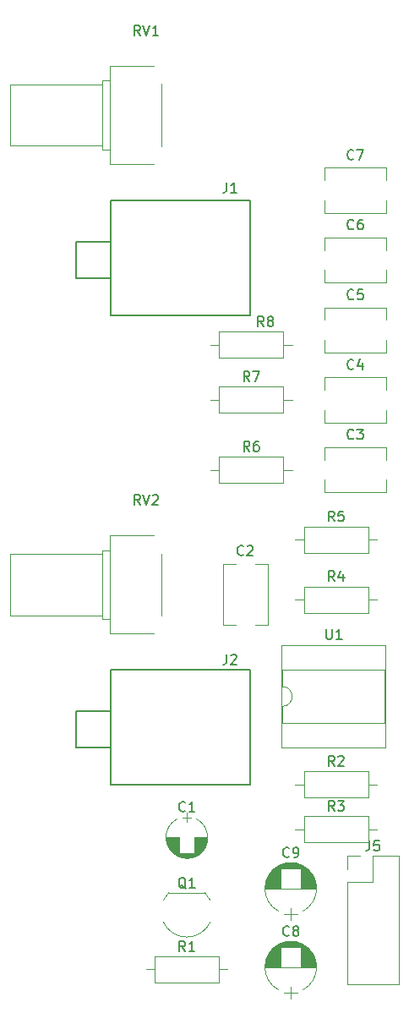
<source format=gbr>
G04 #@! TF.GenerationSoftware,KiCad,Pcbnew,(5.1.5)-3*
G04 #@! TF.CreationDate,2020-08-13T18:34:56-07:00*
G04 #@! TF.ProjectId,Noise_Gen_THT,4e6f6973-655f-4476-956e-5f5448542e6b,rev?*
G04 #@! TF.SameCoordinates,Original*
G04 #@! TF.FileFunction,Legend,Top*
G04 #@! TF.FilePolarity,Positive*
%FSLAX46Y46*%
G04 Gerber Fmt 4.6, Leading zero omitted, Abs format (unit mm)*
G04 Created by KiCad (PCBNEW (5.1.5)-3) date 2020-08-13 18:34:56*
%MOMM*%
%LPD*%
G04 APERTURE LIST*
%ADD10C,0.150000*%
%ADD11C,0.120000*%
G04 APERTURE END LIST*
D10*
X0Y-27800000D02*
X-3500000Y-27800000D01*
X-3500000Y-24200000D02*
X-3500000Y-27800000D01*
X0Y-24200000D02*
X-3500000Y-24200000D01*
X0Y-31500000D02*
X0Y-20000000D01*
X14000000Y-31500000D02*
X0Y-31500000D01*
X14000000Y-20000000D02*
X14000000Y-31500000D01*
X0Y-20000000D02*
X14000000Y-20000000D01*
X0Y-67000000D02*
X14000000Y-67000000D01*
X14000000Y-67000000D02*
X14000000Y-78500000D01*
X14000000Y-78500000D02*
X0Y-78500000D01*
X0Y-78500000D02*
X0Y-67000000D01*
X0Y-71200000D02*
X-3500000Y-71200000D01*
X-3500000Y-71200000D02*
X-3500000Y-74800000D01*
X0Y-74800000D02*
X-3500000Y-74800000D01*
D11*
X4305000Y-16410000D02*
X-60000Y-16410000D01*
X4305000Y-6590000D02*
X-60000Y-6590000D01*
X5060000Y-14625000D02*
X5060000Y-8375000D01*
X-60000Y-16410000D02*
X-60000Y-6590000D01*
X-60000Y-14960000D02*
X-860000Y-14960000D01*
X-60000Y-8040000D02*
X-860000Y-8040000D01*
X-60000Y-14960000D02*
X-60000Y-8040000D01*
X-860000Y-14960000D02*
X-860000Y-8040000D01*
X-860000Y-14560000D02*
X-10060000Y-14560000D01*
X-860000Y-8440000D02*
X-10060000Y-8440000D01*
X-860000Y-14560000D02*
X-860000Y-8440000D01*
X-10060000Y-14560000D02*
X-10060000Y-8440000D01*
X-10060000Y-61560000D02*
X-10060000Y-55440000D01*
X-860000Y-61560000D02*
X-860000Y-55440000D01*
X-860000Y-55440000D02*
X-10060000Y-55440000D01*
X-860000Y-61560000D02*
X-10060000Y-61560000D01*
X-860000Y-61960000D02*
X-860000Y-55040000D01*
X-60000Y-61960000D02*
X-60000Y-55040000D01*
X-60000Y-55040000D02*
X-860000Y-55040000D01*
X-60000Y-61960000D02*
X-860000Y-61960000D01*
X-60000Y-63410000D02*
X-60000Y-53590000D01*
X5060000Y-61625000D02*
X5060000Y-55375000D01*
X4305000Y-53590000D02*
X-60000Y-53590000D01*
X4305000Y-63410000D02*
X-60000Y-63410000D01*
X8070000Y-81808000D02*
X7170000Y-81808000D01*
X7620000Y-81358000D02*
X7620000Y-82258000D01*
X7785000Y-85889000D02*
X7455000Y-85889000D01*
X8035000Y-85849000D02*
X7205000Y-85849000D01*
X8187000Y-85809000D02*
X7053000Y-85809000D01*
X8306000Y-85769000D02*
X6934000Y-85769000D01*
X8406000Y-85729000D02*
X6834000Y-85729000D01*
X8494000Y-85689000D02*
X6746000Y-85689000D01*
X8572000Y-85649000D02*
X6668000Y-85649000D01*
X8643000Y-85609000D02*
X6597000Y-85609000D01*
X8708000Y-85569000D02*
X6532000Y-85569000D01*
X8768000Y-85529000D02*
X6472000Y-85529000D01*
X8824000Y-85489000D02*
X6416000Y-85489000D01*
X8876000Y-85449000D02*
X6364000Y-85449000D01*
X8925000Y-85409000D02*
X6315000Y-85409000D01*
X8971000Y-85369000D02*
X6269000Y-85369000D01*
X6840000Y-85329000D02*
X6225000Y-85329000D01*
X9015000Y-85329000D02*
X8400000Y-85329000D01*
X6840000Y-85289000D02*
X6184000Y-85289000D01*
X9056000Y-85289000D02*
X8400000Y-85289000D01*
X6840000Y-85249000D02*
X6145000Y-85249000D01*
X9095000Y-85249000D02*
X8400000Y-85249000D01*
X6840000Y-85209000D02*
X6108000Y-85209000D01*
X9132000Y-85209000D02*
X8400000Y-85209000D01*
X6840000Y-85169000D02*
X6073000Y-85169000D01*
X9167000Y-85169000D02*
X8400000Y-85169000D01*
X6840000Y-85129000D02*
X6039000Y-85129000D01*
X9201000Y-85129000D02*
X8400000Y-85129000D01*
X6840000Y-85089000D02*
X6007000Y-85089000D01*
X9233000Y-85089000D02*
X8400000Y-85089000D01*
X6840000Y-85049000D02*
X5977000Y-85049000D01*
X9263000Y-85049000D02*
X8400000Y-85049000D01*
X6840000Y-85009000D02*
X5948000Y-85009000D01*
X9292000Y-85009000D02*
X8400000Y-85009000D01*
X6840000Y-84969000D02*
X5921000Y-84969000D01*
X9319000Y-84969000D02*
X8400000Y-84969000D01*
X6840000Y-84929000D02*
X5895000Y-84929000D01*
X9345000Y-84929000D02*
X8400000Y-84929000D01*
X6840000Y-84889000D02*
X5870000Y-84889000D01*
X9370000Y-84889000D02*
X8400000Y-84889000D01*
X6840000Y-84849000D02*
X5847000Y-84849000D01*
X9393000Y-84849000D02*
X8400000Y-84849000D01*
X6840000Y-84809000D02*
X5824000Y-84809000D01*
X9416000Y-84809000D02*
X8400000Y-84809000D01*
X6840000Y-84769000D02*
X5803000Y-84769000D01*
X9437000Y-84769000D02*
X8400000Y-84769000D01*
X6840000Y-84729000D02*
X5783000Y-84729000D01*
X9457000Y-84729000D02*
X8400000Y-84729000D01*
X6840000Y-84689000D02*
X5764000Y-84689000D01*
X9476000Y-84689000D02*
X8400000Y-84689000D01*
X6840000Y-84649000D02*
X5746000Y-84649000D01*
X9494000Y-84649000D02*
X8400000Y-84649000D01*
X6840000Y-84609000D02*
X5729000Y-84609000D01*
X9511000Y-84609000D02*
X8400000Y-84609000D01*
X6840000Y-84569000D02*
X5713000Y-84569000D01*
X9527000Y-84569000D02*
X8400000Y-84569000D01*
X6840000Y-84529000D02*
X5697000Y-84529000D01*
X9543000Y-84529000D02*
X8400000Y-84529000D01*
X6840000Y-84488000D02*
X5683000Y-84488000D01*
X9557000Y-84488000D02*
X8400000Y-84488000D01*
X6840000Y-84448000D02*
X5670000Y-84448000D01*
X9570000Y-84448000D02*
X8400000Y-84448000D01*
X6840000Y-84408000D02*
X5657000Y-84408000D01*
X9583000Y-84408000D02*
X8400000Y-84408000D01*
X6840000Y-84368000D02*
X5646000Y-84368000D01*
X9594000Y-84368000D02*
X8400000Y-84368000D01*
X6840000Y-84328000D02*
X5635000Y-84328000D01*
X9605000Y-84328000D02*
X8400000Y-84328000D01*
X6840000Y-84288000D02*
X5625000Y-84288000D01*
X9615000Y-84288000D02*
X8400000Y-84288000D01*
X6840000Y-84248000D02*
X5616000Y-84248000D01*
X9624000Y-84248000D02*
X8400000Y-84248000D01*
X6840000Y-84208000D02*
X5608000Y-84208000D01*
X9632000Y-84208000D02*
X8400000Y-84208000D01*
X6840000Y-84168000D02*
X5601000Y-84168000D01*
X9639000Y-84168000D02*
X8400000Y-84168000D01*
X6840000Y-84128000D02*
X5594000Y-84128000D01*
X9646000Y-84128000D02*
X8400000Y-84128000D01*
X6840000Y-84088000D02*
X5588000Y-84088000D01*
X9652000Y-84088000D02*
X8400000Y-84088000D01*
X6840000Y-84048000D02*
X5583000Y-84048000D01*
X9657000Y-84048000D02*
X8400000Y-84048000D01*
X6840000Y-84008000D02*
X5579000Y-84008000D01*
X9661000Y-84008000D02*
X8400000Y-84008000D01*
X6840000Y-83968000D02*
X5576000Y-83968000D01*
X9664000Y-83968000D02*
X8400000Y-83968000D01*
X6840000Y-83928000D02*
X5573000Y-83928000D01*
X9667000Y-83928000D02*
X8400000Y-83928000D01*
X6840000Y-83888000D02*
X5571000Y-83888000D01*
X9669000Y-83888000D02*
X8400000Y-83888000D01*
X6840000Y-83848000D02*
X5570000Y-83848000D01*
X9670000Y-83848000D02*
X8400000Y-83848000D01*
X9670000Y-83808000D02*
X8400000Y-83808000D01*
X6840000Y-83808000D02*
X5570000Y-83808000D01*
X6640830Y-85654436D02*
G75*
G03X8600000Y-85653996I979170J1846436D01*
G01*
X6640830Y-85654436D02*
G75*
G02X6640000Y-81962004I979170J1846436D01*
G01*
X8599170Y-85654436D02*
G75*
G03X8600000Y-81962004I-979170J1846436D01*
G01*
X11240000Y-62560000D02*
X11240000Y-56440000D01*
X15760000Y-62560000D02*
X15760000Y-56440000D01*
X11240000Y-62560000D02*
X12504000Y-62560000D01*
X14496000Y-62560000D02*
X15760000Y-62560000D01*
X11240000Y-56440000D02*
X12504000Y-56440000D01*
X14496000Y-56440000D02*
X15760000Y-56440000D01*
X27560000Y-47996000D02*
X27560000Y-49260000D01*
X27560000Y-44740000D02*
X27560000Y-46004000D01*
X21440000Y-47996000D02*
X21440000Y-49260000D01*
X21440000Y-44740000D02*
X21440000Y-46004000D01*
X21440000Y-49260000D02*
X27560000Y-49260000D01*
X21440000Y-44740000D02*
X27560000Y-44740000D01*
X21440000Y-37740000D02*
X27560000Y-37740000D01*
X21440000Y-42260000D02*
X27560000Y-42260000D01*
X21440000Y-37740000D02*
X21440000Y-39004000D01*
X21440000Y-40996000D02*
X21440000Y-42260000D01*
X27560000Y-37740000D02*
X27560000Y-39004000D01*
X27560000Y-40996000D02*
X27560000Y-42260000D01*
X27560000Y-33996000D02*
X27560000Y-35260000D01*
X27560000Y-30740000D02*
X27560000Y-32004000D01*
X21440000Y-33996000D02*
X21440000Y-35260000D01*
X21440000Y-30740000D02*
X21440000Y-32004000D01*
X21440000Y-35260000D02*
X27560000Y-35260000D01*
X21440000Y-30740000D02*
X27560000Y-30740000D01*
X21440000Y-23740000D02*
X27560000Y-23740000D01*
X21440000Y-28260000D02*
X27560000Y-28260000D01*
X21440000Y-23740000D02*
X21440000Y-25004000D01*
X21440000Y-26996000D02*
X21440000Y-28260000D01*
X27560000Y-23740000D02*
X27560000Y-25004000D01*
X27560000Y-26996000D02*
X27560000Y-28260000D01*
X27560000Y-19996000D02*
X27560000Y-21260000D01*
X27560000Y-16740000D02*
X27560000Y-18004000D01*
X21440000Y-19996000D02*
X21440000Y-21260000D01*
X21440000Y-16740000D02*
X21440000Y-18004000D01*
X21440000Y-21260000D02*
X27560000Y-21260000D01*
X21440000Y-16740000D02*
X27560000Y-16740000D01*
X17384000Y-99390000D02*
X18684000Y-99390000D01*
X18034000Y-99990000D02*
X18034000Y-98790000D01*
X17680000Y-94229000D02*
X18388000Y-94229000D01*
X17475000Y-94269000D02*
X18593000Y-94269000D01*
X17327000Y-94309000D02*
X18741000Y-94309000D01*
X17205000Y-94349000D02*
X18863000Y-94349000D01*
X17100000Y-94389000D02*
X18968000Y-94389000D01*
X17006000Y-94429000D02*
X19062000Y-94429000D01*
X16922000Y-94469000D02*
X19146000Y-94469000D01*
X16845000Y-94509000D02*
X19223000Y-94509000D01*
X16773000Y-94549000D02*
X19295000Y-94549000D01*
X16707000Y-94589000D02*
X19361000Y-94589000D01*
X16644000Y-94629000D02*
X19424000Y-94629000D01*
X16586000Y-94669000D02*
X19482000Y-94669000D01*
X16530000Y-94709000D02*
X19538000Y-94709000D01*
X16478000Y-94749000D02*
X19590000Y-94749000D01*
X16428000Y-94789000D02*
X19640000Y-94789000D01*
X19014000Y-94829000D02*
X19688000Y-94829000D01*
X16380000Y-94829000D02*
X17054000Y-94829000D01*
X19014000Y-94869000D02*
X19733000Y-94869000D01*
X16335000Y-94869000D02*
X17054000Y-94869000D01*
X19014000Y-94909000D02*
X19776000Y-94909000D01*
X16292000Y-94909000D02*
X17054000Y-94909000D01*
X19014000Y-94949000D02*
X19817000Y-94949000D01*
X16251000Y-94949000D02*
X17054000Y-94949000D01*
X19014000Y-94989000D02*
X19857000Y-94989000D01*
X16211000Y-94989000D02*
X17054000Y-94989000D01*
X19014000Y-95029000D02*
X19895000Y-95029000D01*
X16173000Y-95029000D02*
X17054000Y-95029000D01*
X19014000Y-95069000D02*
X19931000Y-95069000D01*
X16137000Y-95069000D02*
X17054000Y-95069000D01*
X19014000Y-95109000D02*
X19966000Y-95109000D01*
X16102000Y-95109000D02*
X17054000Y-95109000D01*
X19014000Y-95149000D02*
X19999000Y-95149000D01*
X16069000Y-95149000D02*
X17054000Y-95149000D01*
X19014000Y-95189000D02*
X20031000Y-95189000D01*
X16037000Y-95189000D02*
X17054000Y-95189000D01*
X19014000Y-95229000D02*
X20062000Y-95229000D01*
X16006000Y-95229000D02*
X17054000Y-95229000D01*
X19014000Y-95269000D02*
X20092000Y-95269000D01*
X15976000Y-95269000D02*
X17054000Y-95269000D01*
X19014000Y-95309000D02*
X20120000Y-95309000D01*
X15948000Y-95309000D02*
X17054000Y-95309000D01*
X19014000Y-95349000D02*
X20147000Y-95349000D01*
X15921000Y-95349000D02*
X17054000Y-95349000D01*
X19014000Y-95389000D02*
X20174000Y-95389000D01*
X15894000Y-95389000D02*
X17054000Y-95389000D01*
X19014000Y-95429000D02*
X20199000Y-95429000D01*
X15869000Y-95429000D02*
X17054000Y-95429000D01*
X19014000Y-95469000D02*
X20223000Y-95469000D01*
X15845000Y-95469000D02*
X17054000Y-95469000D01*
X19014000Y-95509000D02*
X20246000Y-95509000D01*
X15822000Y-95509000D02*
X17054000Y-95509000D01*
X19014000Y-95549000D02*
X20268000Y-95549000D01*
X15800000Y-95549000D02*
X17054000Y-95549000D01*
X19014000Y-95589000D02*
X20290000Y-95589000D01*
X15778000Y-95589000D02*
X17054000Y-95589000D01*
X19014000Y-95629000D02*
X20310000Y-95629000D01*
X15758000Y-95629000D02*
X17054000Y-95629000D01*
X19014000Y-95669000D02*
X20330000Y-95669000D01*
X15738000Y-95669000D02*
X17054000Y-95669000D01*
X19014000Y-95709000D02*
X20349000Y-95709000D01*
X15719000Y-95709000D02*
X17054000Y-95709000D01*
X19014000Y-95749000D02*
X20367000Y-95749000D01*
X15701000Y-95749000D02*
X17054000Y-95749000D01*
X19014000Y-95789000D02*
X20384000Y-95789000D01*
X15684000Y-95789000D02*
X17054000Y-95789000D01*
X19014000Y-95829000D02*
X20400000Y-95829000D01*
X15668000Y-95829000D02*
X17054000Y-95829000D01*
X19014000Y-95869000D02*
X20416000Y-95869000D01*
X15652000Y-95869000D02*
X17054000Y-95869000D01*
X19014000Y-95909000D02*
X20430000Y-95909000D01*
X15638000Y-95909000D02*
X17054000Y-95909000D01*
X19014000Y-95949000D02*
X20444000Y-95949000D01*
X15624000Y-95949000D02*
X17054000Y-95949000D01*
X19014000Y-95989000D02*
X20458000Y-95989000D01*
X15610000Y-95989000D02*
X17054000Y-95989000D01*
X19014000Y-96029000D02*
X20470000Y-96029000D01*
X15598000Y-96029000D02*
X17054000Y-96029000D01*
X19014000Y-96069000D02*
X20482000Y-96069000D01*
X15586000Y-96069000D02*
X17054000Y-96069000D01*
X19014000Y-96110000D02*
X20494000Y-96110000D01*
X15574000Y-96110000D02*
X17054000Y-96110000D01*
X19014000Y-96150000D02*
X20504000Y-96150000D01*
X15564000Y-96150000D02*
X17054000Y-96150000D01*
X19014000Y-96190000D02*
X20514000Y-96190000D01*
X15554000Y-96190000D02*
X17054000Y-96190000D01*
X19014000Y-96230000D02*
X20523000Y-96230000D01*
X15545000Y-96230000D02*
X17054000Y-96230000D01*
X19014000Y-96270000D02*
X20532000Y-96270000D01*
X15536000Y-96270000D02*
X17054000Y-96270000D01*
X19014000Y-96310000D02*
X20540000Y-96310000D01*
X15528000Y-96310000D02*
X17054000Y-96310000D01*
X19014000Y-96350000D02*
X20547000Y-96350000D01*
X15521000Y-96350000D02*
X17054000Y-96350000D01*
X19014000Y-96390000D02*
X20553000Y-96390000D01*
X15515000Y-96390000D02*
X17054000Y-96390000D01*
X19014000Y-96430000D02*
X20559000Y-96430000D01*
X15509000Y-96430000D02*
X17054000Y-96430000D01*
X19014000Y-96470000D02*
X20565000Y-96470000D01*
X15503000Y-96470000D02*
X17054000Y-96470000D01*
X19014000Y-96510000D02*
X20569000Y-96510000D01*
X15499000Y-96510000D02*
X17054000Y-96510000D01*
X19014000Y-96550000D02*
X20573000Y-96550000D01*
X15495000Y-96550000D02*
X17054000Y-96550000D01*
X19014000Y-96590000D02*
X20577000Y-96590000D01*
X15491000Y-96590000D02*
X17054000Y-96590000D01*
X19014000Y-96630000D02*
X20580000Y-96630000D01*
X15488000Y-96630000D02*
X17054000Y-96630000D01*
X19014000Y-96670000D02*
X20582000Y-96670000D01*
X15486000Y-96670000D02*
X17054000Y-96670000D01*
X19014000Y-96710000D02*
X20583000Y-96710000D01*
X15485000Y-96710000D02*
X17054000Y-96710000D01*
X19014000Y-96750000D02*
X20584000Y-96750000D01*
X15484000Y-96750000D02*
X17054000Y-96750000D01*
X15484000Y-96790000D02*
X20584000Y-96790000D01*
X19213723Y-94484278D02*
G75*
G03X16854000Y-94484420I-1179723J-2305722D01*
G01*
X19213723Y-94484278D02*
G75*
G02X19214000Y-99095580I-1179723J-2305722D01*
G01*
X16854277Y-94484278D02*
G75*
G03X16854000Y-99095580I1179723J-2305722D01*
G01*
X16854277Y-86610278D02*
G75*
G03X16854000Y-91221580I1179723J-2305722D01*
G01*
X19213723Y-86610278D02*
G75*
G02X19214000Y-91221580I-1179723J-2305722D01*
G01*
X19213723Y-86610278D02*
G75*
G03X16854000Y-86610420I-1179723J-2305722D01*
G01*
X15484000Y-88916000D02*
X20584000Y-88916000D01*
X15484000Y-88876000D02*
X17054000Y-88876000D01*
X19014000Y-88876000D02*
X20584000Y-88876000D01*
X15485000Y-88836000D02*
X17054000Y-88836000D01*
X19014000Y-88836000D02*
X20583000Y-88836000D01*
X15486000Y-88796000D02*
X17054000Y-88796000D01*
X19014000Y-88796000D02*
X20582000Y-88796000D01*
X15488000Y-88756000D02*
X17054000Y-88756000D01*
X19014000Y-88756000D02*
X20580000Y-88756000D01*
X15491000Y-88716000D02*
X17054000Y-88716000D01*
X19014000Y-88716000D02*
X20577000Y-88716000D01*
X15495000Y-88676000D02*
X17054000Y-88676000D01*
X19014000Y-88676000D02*
X20573000Y-88676000D01*
X15499000Y-88636000D02*
X17054000Y-88636000D01*
X19014000Y-88636000D02*
X20569000Y-88636000D01*
X15503000Y-88596000D02*
X17054000Y-88596000D01*
X19014000Y-88596000D02*
X20565000Y-88596000D01*
X15509000Y-88556000D02*
X17054000Y-88556000D01*
X19014000Y-88556000D02*
X20559000Y-88556000D01*
X15515000Y-88516000D02*
X17054000Y-88516000D01*
X19014000Y-88516000D02*
X20553000Y-88516000D01*
X15521000Y-88476000D02*
X17054000Y-88476000D01*
X19014000Y-88476000D02*
X20547000Y-88476000D01*
X15528000Y-88436000D02*
X17054000Y-88436000D01*
X19014000Y-88436000D02*
X20540000Y-88436000D01*
X15536000Y-88396000D02*
X17054000Y-88396000D01*
X19014000Y-88396000D02*
X20532000Y-88396000D01*
X15545000Y-88356000D02*
X17054000Y-88356000D01*
X19014000Y-88356000D02*
X20523000Y-88356000D01*
X15554000Y-88316000D02*
X17054000Y-88316000D01*
X19014000Y-88316000D02*
X20514000Y-88316000D01*
X15564000Y-88276000D02*
X17054000Y-88276000D01*
X19014000Y-88276000D02*
X20504000Y-88276000D01*
X15574000Y-88236000D02*
X17054000Y-88236000D01*
X19014000Y-88236000D02*
X20494000Y-88236000D01*
X15586000Y-88195000D02*
X17054000Y-88195000D01*
X19014000Y-88195000D02*
X20482000Y-88195000D01*
X15598000Y-88155000D02*
X17054000Y-88155000D01*
X19014000Y-88155000D02*
X20470000Y-88155000D01*
X15610000Y-88115000D02*
X17054000Y-88115000D01*
X19014000Y-88115000D02*
X20458000Y-88115000D01*
X15624000Y-88075000D02*
X17054000Y-88075000D01*
X19014000Y-88075000D02*
X20444000Y-88075000D01*
X15638000Y-88035000D02*
X17054000Y-88035000D01*
X19014000Y-88035000D02*
X20430000Y-88035000D01*
X15652000Y-87995000D02*
X17054000Y-87995000D01*
X19014000Y-87995000D02*
X20416000Y-87995000D01*
X15668000Y-87955000D02*
X17054000Y-87955000D01*
X19014000Y-87955000D02*
X20400000Y-87955000D01*
X15684000Y-87915000D02*
X17054000Y-87915000D01*
X19014000Y-87915000D02*
X20384000Y-87915000D01*
X15701000Y-87875000D02*
X17054000Y-87875000D01*
X19014000Y-87875000D02*
X20367000Y-87875000D01*
X15719000Y-87835000D02*
X17054000Y-87835000D01*
X19014000Y-87835000D02*
X20349000Y-87835000D01*
X15738000Y-87795000D02*
X17054000Y-87795000D01*
X19014000Y-87795000D02*
X20330000Y-87795000D01*
X15758000Y-87755000D02*
X17054000Y-87755000D01*
X19014000Y-87755000D02*
X20310000Y-87755000D01*
X15778000Y-87715000D02*
X17054000Y-87715000D01*
X19014000Y-87715000D02*
X20290000Y-87715000D01*
X15800000Y-87675000D02*
X17054000Y-87675000D01*
X19014000Y-87675000D02*
X20268000Y-87675000D01*
X15822000Y-87635000D02*
X17054000Y-87635000D01*
X19014000Y-87635000D02*
X20246000Y-87635000D01*
X15845000Y-87595000D02*
X17054000Y-87595000D01*
X19014000Y-87595000D02*
X20223000Y-87595000D01*
X15869000Y-87555000D02*
X17054000Y-87555000D01*
X19014000Y-87555000D02*
X20199000Y-87555000D01*
X15894000Y-87515000D02*
X17054000Y-87515000D01*
X19014000Y-87515000D02*
X20174000Y-87515000D01*
X15921000Y-87475000D02*
X17054000Y-87475000D01*
X19014000Y-87475000D02*
X20147000Y-87475000D01*
X15948000Y-87435000D02*
X17054000Y-87435000D01*
X19014000Y-87435000D02*
X20120000Y-87435000D01*
X15976000Y-87395000D02*
X17054000Y-87395000D01*
X19014000Y-87395000D02*
X20092000Y-87395000D01*
X16006000Y-87355000D02*
X17054000Y-87355000D01*
X19014000Y-87355000D02*
X20062000Y-87355000D01*
X16037000Y-87315000D02*
X17054000Y-87315000D01*
X19014000Y-87315000D02*
X20031000Y-87315000D01*
X16069000Y-87275000D02*
X17054000Y-87275000D01*
X19014000Y-87275000D02*
X19999000Y-87275000D01*
X16102000Y-87235000D02*
X17054000Y-87235000D01*
X19014000Y-87235000D02*
X19966000Y-87235000D01*
X16137000Y-87195000D02*
X17054000Y-87195000D01*
X19014000Y-87195000D02*
X19931000Y-87195000D01*
X16173000Y-87155000D02*
X17054000Y-87155000D01*
X19014000Y-87155000D02*
X19895000Y-87155000D01*
X16211000Y-87115000D02*
X17054000Y-87115000D01*
X19014000Y-87115000D02*
X19857000Y-87115000D01*
X16251000Y-87075000D02*
X17054000Y-87075000D01*
X19014000Y-87075000D02*
X19817000Y-87075000D01*
X16292000Y-87035000D02*
X17054000Y-87035000D01*
X19014000Y-87035000D02*
X19776000Y-87035000D01*
X16335000Y-86995000D02*
X17054000Y-86995000D01*
X19014000Y-86995000D02*
X19733000Y-86995000D01*
X16380000Y-86955000D02*
X17054000Y-86955000D01*
X19014000Y-86955000D02*
X19688000Y-86955000D01*
X16428000Y-86915000D02*
X19640000Y-86915000D01*
X16478000Y-86875000D02*
X19590000Y-86875000D01*
X16530000Y-86835000D02*
X19538000Y-86835000D01*
X16586000Y-86795000D02*
X19482000Y-86795000D01*
X16644000Y-86755000D02*
X19424000Y-86755000D01*
X16707000Y-86715000D02*
X19361000Y-86715000D01*
X16773000Y-86675000D02*
X19295000Y-86675000D01*
X16845000Y-86635000D02*
X19223000Y-86635000D01*
X16922000Y-86595000D02*
X19146000Y-86595000D01*
X17006000Y-86555000D02*
X19062000Y-86555000D01*
X17100000Y-86515000D02*
X18968000Y-86515000D01*
X17205000Y-86475000D02*
X18863000Y-86475000D01*
X17327000Y-86435000D02*
X18741000Y-86435000D01*
X17475000Y-86395000D02*
X18593000Y-86395000D01*
X17680000Y-86355000D02*
X18388000Y-86355000D01*
X18034000Y-92116000D02*
X18034000Y-90916000D01*
X17384000Y-91516000D02*
X18684000Y-91516000D01*
X23670000Y-85670000D02*
X25000000Y-85670000D01*
X23670000Y-87000000D02*
X23670000Y-85670000D01*
X26270000Y-85670000D02*
X28870000Y-85670000D01*
X26270000Y-88270000D02*
X26270000Y-85670000D01*
X23670000Y-88270000D02*
X26270000Y-88270000D01*
X28870000Y-85670000D02*
X28870000Y-98490000D01*
X23670000Y-88270000D02*
X23670000Y-98490000D01*
X23670000Y-98490000D02*
X28870000Y-98490000D01*
X5295816Y-90063205D02*
G75*
G02X5820000Y-89336000I2324184J-1122795D01*
G01*
X5263600Y-92284807D02*
G75*
G03X7620000Y-93786000I2356400J1098807D01*
G01*
X9976400Y-92284807D02*
G75*
G02X7620000Y-93786000I-2356400J1098807D01*
G01*
X9944184Y-90063205D02*
G75*
G03X9420000Y-89336000I-2324184J-1122795D01*
G01*
X9420000Y-89336000D02*
X5820000Y-89336000D01*
X3520000Y-97028000D02*
X4410000Y-97028000D01*
X11720000Y-97028000D02*
X10830000Y-97028000D01*
X4410000Y-98338000D02*
X10830000Y-98338000D01*
X4410000Y-95718000D02*
X4410000Y-98338000D01*
X10830000Y-95718000D02*
X4410000Y-95718000D01*
X10830000Y-98338000D02*
X10830000Y-95718000D01*
X19370000Y-77190000D02*
X19370000Y-79810000D01*
X19370000Y-79810000D02*
X25790000Y-79810000D01*
X25790000Y-79810000D02*
X25790000Y-77190000D01*
X25790000Y-77190000D02*
X19370000Y-77190000D01*
X18480000Y-78500000D02*
X19370000Y-78500000D01*
X26680000Y-78500000D02*
X25790000Y-78500000D01*
X26680000Y-83000000D02*
X25790000Y-83000000D01*
X18480000Y-83000000D02*
X19370000Y-83000000D01*
X25790000Y-81690000D02*
X19370000Y-81690000D01*
X25790000Y-84310000D02*
X25790000Y-81690000D01*
X19370000Y-84310000D02*
X25790000Y-84310000D01*
X19370000Y-81690000D02*
X19370000Y-84310000D01*
X19370000Y-58690000D02*
X19370000Y-61310000D01*
X19370000Y-61310000D02*
X25790000Y-61310000D01*
X25790000Y-61310000D02*
X25790000Y-58690000D01*
X25790000Y-58690000D02*
X19370000Y-58690000D01*
X18480000Y-60000000D02*
X19370000Y-60000000D01*
X26680000Y-60000000D02*
X25790000Y-60000000D01*
X19370000Y-52690000D02*
X19370000Y-55310000D01*
X19370000Y-55310000D02*
X25790000Y-55310000D01*
X25790000Y-55310000D02*
X25790000Y-52690000D01*
X25790000Y-52690000D02*
X19370000Y-52690000D01*
X18480000Y-54000000D02*
X19370000Y-54000000D01*
X26680000Y-54000000D02*
X25790000Y-54000000D01*
X18180000Y-47000000D02*
X17290000Y-47000000D01*
X9980000Y-47000000D02*
X10870000Y-47000000D01*
X17290000Y-45690000D02*
X10870000Y-45690000D01*
X17290000Y-48310000D02*
X17290000Y-45690000D01*
X10870000Y-48310000D02*
X17290000Y-48310000D01*
X10870000Y-45690000D02*
X10870000Y-48310000D01*
X18180000Y-40000000D02*
X17290000Y-40000000D01*
X9980000Y-40000000D02*
X10870000Y-40000000D01*
X17290000Y-38690000D02*
X10870000Y-38690000D01*
X17290000Y-41310000D02*
X17290000Y-38690000D01*
X10870000Y-41310000D02*
X17290000Y-41310000D01*
X10870000Y-38690000D02*
X10870000Y-41310000D01*
X10870000Y-33190000D02*
X10870000Y-35810000D01*
X10870000Y-35810000D02*
X17290000Y-35810000D01*
X17290000Y-35810000D02*
X17290000Y-33190000D01*
X17290000Y-33190000D02*
X10870000Y-33190000D01*
X9980000Y-34500000D02*
X10870000Y-34500000D01*
X18180000Y-34500000D02*
X17290000Y-34500000D01*
X17110000Y-64550000D02*
X17110000Y-74830000D01*
X27510000Y-64550000D02*
X17110000Y-64550000D01*
X27510000Y-74830000D02*
X27510000Y-64550000D01*
X17110000Y-74830000D02*
X27510000Y-74830000D01*
X17170000Y-67040000D02*
X17170000Y-68690000D01*
X27450000Y-67040000D02*
X17170000Y-67040000D01*
X27450000Y-72340000D02*
X27450000Y-67040000D01*
X17170000Y-72340000D02*
X27450000Y-72340000D01*
X17170000Y-70690000D02*
X17170000Y-72340000D01*
X17170000Y-68690000D02*
G75*
G02X17170000Y-70690000I0J-1000000D01*
G01*
D10*
X11604666Y-18248380D02*
X11604666Y-18962666D01*
X11557047Y-19105523D01*
X11461809Y-19200761D01*
X11318952Y-19248380D01*
X11223714Y-19248380D01*
X12604666Y-19248380D02*
X12033238Y-19248380D01*
X12318952Y-19248380D02*
X12318952Y-18248380D01*
X12223714Y-18391238D01*
X12128476Y-18486476D01*
X12033238Y-18534095D01*
X11604666Y-65492380D02*
X11604666Y-66206666D01*
X11557047Y-66349523D01*
X11461809Y-66444761D01*
X11318952Y-66492380D01*
X11223714Y-66492380D01*
X12033238Y-65587619D02*
X12080857Y-65540000D01*
X12176095Y-65492380D01*
X12414190Y-65492380D01*
X12509428Y-65540000D01*
X12557047Y-65587619D01*
X12604666Y-65682857D01*
X12604666Y-65778095D01*
X12557047Y-65920952D01*
X11985619Y-66492380D01*
X12604666Y-66492380D01*
X2960761Y-3500380D02*
X2627428Y-3024190D01*
X2389333Y-3500380D02*
X2389333Y-2500380D01*
X2770285Y-2500380D01*
X2865523Y-2548000D01*
X2913142Y-2595619D01*
X2960761Y-2690857D01*
X2960761Y-2833714D01*
X2913142Y-2928952D01*
X2865523Y-2976571D01*
X2770285Y-3024190D01*
X2389333Y-3024190D01*
X3246476Y-2500380D02*
X3579809Y-3500380D01*
X3913142Y-2500380D01*
X4770285Y-3500380D02*
X4198857Y-3500380D01*
X4484571Y-3500380D02*
X4484571Y-2500380D01*
X4389333Y-2643238D01*
X4294095Y-2738476D01*
X4198857Y-2786095D01*
X2960761Y-50490380D02*
X2627428Y-50014190D01*
X2389333Y-50490380D02*
X2389333Y-49490380D01*
X2770285Y-49490380D01*
X2865523Y-49538000D01*
X2913142Y-49585619D01*
X2960761Y-49680857D01*
X2960761Y-49823714D01*
X2913142Y-49918952D01*
X2865523Y-49966571D01*
X2770285Y-50014190D01*
X2389333Y-50014190D01*
X3246476Y-49490380D02*
X3579809Y-50490380D01*
X3913142Y-49490380D01*
X4198857Y-49585619D02*
X4246476Y-49538000D01*
X4341714Y-49490380D01*
X4579809Y-49490380D01*
X4675047Y-49538000D01*
X4722666Y-49585619D01*
X4770285Y-49680857D01*
X4770285Y-49776095D01*
X4722666Y-49918952D01*
X4151238Y-50490380D01*
X4770285Y-50490380D01*
X7453333Y-81129142D02*
X7405714Y-81176761D01*
X7262857Y-81224380D01*
X7167619Y-81224380D01*
X7024761Y-81176761D01*
X6929523Y-81081523D01*
X6881904Y-80986285D01*
X6834285Y-80795809D01*
X6834285Y-80652952D01*
X6881904Y-80462476D01*
X6929523Y-80367238D01*
X7024761Y-80272000D01*
X7167619Y-80224380D01*
X7262857Y-80224380D01*
X7405714Y-80272000D01*
X7453333Y-80319619D01*
X8405714Y-81224380D02*
X7834285Y-81224380D01*
X8120000Y-81224380D02*
X8120000Y-80224380D01*
X8024761Y-80367238D01*
X7929523Y-80462476D01*
X7834285Y-80510095D01*
X13295333Y-55475142D02*
X13247714Y-55522761D01*
X13104857Y-55570380D01*
X13009619Y-55570380D01*
X12866761Y-55522761D01*
X12771523Y-55427523D01*
X12723904Y-55332285D01*
X12676285Y-55141809D01*
X12676285Y-54998952D01*
X12723904Y-54808476D01*
X12771523Y-54713238D01*
X12866761Y-54618000D01*
X13009619Y-54570380D01*
X13104857Y-54570380D01*
X13247714Y-54618000D01*
X13295333Y-54665619D01*
X13676285Y-54665619D02*
X13723904Y-54618000D01*
X13819142Y-54570380D01*
X14057238Y-54570380D01*
X14152476Y-54618000D01*
X14200095Y-54665619D01*
X14247714Y-54760857D01*
X14247714Y-54856095D01*
X14200095Y-54998952D01*
X13628666Y-55570380D01*
X14247714Y-55570380D01*
X24333333Y-43847142D02*
X24285714Y-43894761D01*
X24142857Y-43942380D01*
X24047619Y-43942380D01*
X23904761Y-43894761D01*
X23809523Y-43799523D01*
X23761904Y-43704285D01*
X23714285Y-43513809D01*
X23714285Y-43370952D01*
X23761904Y-43180476D01*
X23809523Y-43085238D01*
X23904761Y-42990000D01*
X24047619Y-42942380D01*
X24142857Y-42942380D01*
X24285714Y-42990000D01*
X24333333Y-43037619D01*
X24666666Y-42942380D02*
X25285714Y-42942380D01*
X24952380Y-43323333D01*
X25095238Y-43323333D01*
X25190476Y-43370952D01*
X25238095Y-43418571D01*
X25285714Y-43513809D01*
X25285714Y-43751904D01*
X25238095Y-43847142D01*
X25190476Y-43894761D01*
X25095238Y-43942380D01*
X24809523Y-43942380D01*
X24714285Y-43894761D01*
X24666666Y-43847142D01*
X24333333Y-36847142D02*
X24285714Y-36894761D01*
X24142857Y-36942380D01*
X24047619Y-36942380D01*
X23904761Y-36894761D01*
X23809523Y-36799523D01*
X23761904Y-36704285D01*
X23714285Y-36513809D01*
X23714285Y-36370952D01*
X23761904Y-36180476D01*
X23809523Y-36085238D01*
X23904761Y-35990000D01*
X24047619Y-35942380D01*
X24142857Y-35942380D01*
X24285714Y-35990000D01*
X24333333Y-36037619D01*
X25190476Y-36275714D02*
X25190476Y-36942380D01*
X24952380Y-35894761D02*
X24714285Y-36609047D01*
X25333333Y-36609047D01*
X24333333Y-29847142D02*
X24285714Y-29894761D01*
X24142857Y-29942380D01*
X24047619Y-29942380D01*
X23904761Y-29894761D01*
X23809523Y-29799523D01*
X23761904Y-29704285D01*
X23714285Y-29513809D01*
X23714285Y-29370952D01*
X23761904Y-29180476D01*
X23809523Y-29085238D01*
X23904761Y-28990000D01*
X24047619Y-28942380D01*
X24142857Y-28942380D01*
X24285714Y-28990000D01*
X24333333Y-29037619D01*
X25238095Y-28942380D02*
X24761904Y-28942380D01*
X24714285Y-29418571D01*
X24761904Y-29370952D01*
X24857142Y-29323333D01*
X25095238Y-29323333D01*
X25190476Y-29370952D01*
X25238095Y-29418571D01*
X25285714Y-29513809D01*
X25285714Y-29751904D01*
X25238095Y-29847142D01*
X25190476Y-29894761D01*
X25095238Y-29942380D01*
X24857142Y-29942380D01*
X24761904Y-29894761D01*
X24714285Y-29847142D01*
X24333333Y-22847142D02*
X24285714Y-22894761D01*
X24142857Y-22942380D01*
X24047619Y-22942380D01*
X23904761Y-22894761D01*
X23809523Y-22799523D01*
X23761904Y-22704285D01*
X23714285Y-22513809D01*
X23714285Y-22370952D01*
X23761904Y-22180476D01*
X23809523Y-22085238D01*
X23904761Y-21990000D01*
X24047619Y-21942380D01*
X24142857Y-21942380D01*
X24285714Y-21990000D01*
X24333333Y-22037619D01*
X25190476Y-21942380D02*
X25000000Y-21942380D01*
X24904761Y-21990000D01*
X24857142Y-22037619D01*
X24761904Y-22180476D01*
X24714285Y-22370952D01*
X24714285Y-22751904D01*
X24761904Y-22847142D01*
X24809523Y-22894761D01*
X24904761Y-22942380D01*
X25095238Y-22942380D01*
X25190476Y-22894761D01*
X25238095Y-22847142D01*
X25285714Y-22751904D01*
X25285714Y-22513809D01*
X25238095Y-22418571D01*
X25190476Y-22370952D01*
X25095238Y-22323333D01*
X24904761Y-22323333D01*
X24809523Y-22370952D01*
X24761904Y-22418571D01*
X24714285Y-22513809D01*
X24333333Y-15847142D02*
X24285714Y-15894761D01*
X24142857Y-15942380D01*
X24047619Y-15942380D01*
X23904761Y-15894761D01*
X23809523Y-15799523D01*
X23761904Y-15704285D01*
X23714285Y-15513809D01*
X23714285Y-15370952D01*
X23761904Y-15180476D01*
X23809523Y-15085238D01*
X23904761Y-14990000D01*
X24047619Y-14942380D01*
X24142857Y-14942380D01*
X24285714Y-14990000D01*
X24333333Y-15037619D01*
X24666666Y-14942380D02*
X25333333Y-14942380D01*
X24904761Y-15942380D01*
X17867333Y-93575142D02*
X17819714Y-93622761D01*
X17676857Y-93670380D01*
X17581619Y-93670380D01*
X17438761Y-93622761D01*
X17343523Y-93527523D01*
X17295904Y-93432285D01*
X17248285Y-93241809D01*
X17248285Y-93098952D01*
X17295904Y-92908476D01*
X17343523Y-92813238D01*
X17438761Y-92718000D01*
X17581619Y-92670380D01*
X17676857Y-92670380D01*
X17819714Y-92718000D01*
X17867333Y-92765619D01*
X18438761Y-93098952D02*
X18343523Y-93051333D01*
X18295904Y-93003714D01*
X18248285Y-92908476D01*
X18248285Y-92860857D01*
X18295904Y-92765619D01*
X18343523Y-92718000D01*
X18438761Y-92670380D01*
X18629238Y-92670380D01*
X18724476Y-92718000D01*
X18772095Y-92765619D01*
X18819714Y-92860857D01*
X18819714Y-92908476D01*
X18772095Y-93003714D01*
X18724476Y-93051333D01*
X18629238Y-93098952D01*
X18438761Y-93098952D01*
X18343523Y-93146571D01*
X18295904Y-93194190D01*
X18248285Y-93289428D01*
X18248285Y-93479904D01*
X18295904Y-93575142D01*
X18343523Y-93622761D01*
X18438761Y-93670380D01*
X18629238Y-93670380D01*
X18724476Y-93622761D01*
X18772095Y-93575142D01*
X18819714Y-93479904D01*
X18819714Y-93289428D01*
X18772095Y-93194190D01*
X18724476Y-93146571D01*
X18629238Y-93098952D01*
X17867333Y-85701142D02*
X17819714Y-85748761D01*
X17676857Y-85796380D01*
X17581619Y-85796380D01*
X17438761Y-85748761D01*
X17343523Y-85653523D01*
X17295904Y-85558285D01*
X17248285Y-85367809D01*
X17248285Y-85224952D01*
X17295904Y-85034476D01*
X17343523Y-84939238D01*
X17438761Y-84844000D01*
X17581619Y-84796380D01*
X17676857Y-84796380D01*
X17819714Y-84844000D01*
X17867333Y-84891619D01*
X18343523Y-85796380D02*
X18534000Y-85796380D01*
X18629238Y-85748761D01*
X18676857Y-85701142D01*
X18772095Y-85558285D01*
X18819714Y-85367809D01*
X18819714Y-84986857D01*
X18772095Y-84891619D01*
X18724476Y-84844000D01*
X18629238Y-84796380D01*
X18438761Y-84796380D01*
X18343523Y-84844000D01*
X18295904Y-84891619D01*
X18248285Y-84986857D01*
X18248285Y-85224952D01*
X18295904Y-85320190D01*
X18343523Y-85367809D01*
X18438761Y-85415428D01*
X18629238Y-85415428D01*
X18724476Y-85367809D01*
X18772095Y-85320190D01*
X18819714Y-85224952D01*
X25936666Y-84122380D02*
X25936666Y-84836666D01*
X25889047Y-84979523D01*
X25793809Y-85074761D01*
X25650952Y-85122380D01*
X25555714Y-85122380D01*
X26889047Y-84122380D02*
X26412857Y-84122380D01*
X26365238Y-84598571D01*
X26412857Y-84550952D01*
X26508095Y-84503333D01*
X26746190Y-84503333D01*
X26841428Y-84550952D01*
X26889047Y-84598571D01*
X26936666Y-84693809D01*
X26936666Y-84931904D01*
X26889047Y-85027142D01*
X26841428Y-85074761D01*
X26746190Y-85122380D01*
X26508095Y-85122380D01*
X26412857Y-85074761D01*
X26365238Y-85027142D01*
X7524761Y-88939619D02*
X7429523Y-88892000D01*
X7334285Y-88796761D01*
X7191428Y-88653904D01*
X7096190Y-88606285D01*
X7000952Y-88606285D01*
X7048571Y-88844380D02*
X6953333Y-88796761D01*
X6858095Y-88701523D01*
X6810476Y-88511047D01*
X6810476Y-88177714D01*
X6858095Y-87987238D01*
X6953333Y-87892000D01*
X7048571Y-87844380D01*
X7239047Y-87844380D01*
X7334285Y-87892000D01*
X7429523Y-87987238D01*
X7477142Y-88177714D01*
X7477142Y-88511047D01*
X7429523Y-88701523D01*
X7334285Y-88796761D01*
X7239047Y-88844380D01*
X7048571Y-88844380D01*
X8429523Y-88844380D02*
X7858095Y-88844380D01*
X8143809Y-88844380D02*
X8143809Y-87844380D01*
X8048571Y-87987238D01*
X7953333Y-88082476D01*
X7858095Y-88130095D01*
X7453333Y-95194380D02*
X7120000Y-94718190D01*
X6881904Y-95194380D02*
X6881904Y-94194380D01*
X7262857Y-94194380D01*
X7358095Y-94242000D01*
X7405714Y-94289619D01*
X7453333Y-94384857D01*
X7453333Y-94527714D01*
X7405714Y-94622952D01*
X7358095Y-94670571D01*
X7262857Y-94718190D01*
X6881904Y-94718190D01*
X8405714Y-95194380D02*
X7834285Y-95194380D01*
X8120000Y-95194380D02*
X8120000Y-94194380D01*
X8024761Y-94337238D01*
X7929523Y-94432476D01*
X7834285Y-94480095D01*
X22413333Y-76642380D02*
X22080000Y-76166190D01*
X21841904Y-76642380D02*
X21841904Y-75642380D01*
X22222857Y-75642380D01*
X22318095Y-75690000D01*
X22365714Y-75737619D01*
X22413333Y-75832857D01*
X22413333Y-75975714D01*
X22365714Y-76070952D01*
X22318095Y-76118571D01*
X22222857Y-76166190D01*
X21841904Y-76166190D01*
X22794285Y-75737619D02*
X22841904Y-75690000D01*
X22937142Y-75642380D01*
X23175238Y-75642380D01*
X23270476Y-75690000D01*
X23318095Y-75737619D01*
X23365714Y-75832857D01*
X23365714Y-75928095D01*
X23318095Y-76070952D01*
X22746666Y-76642380D01*
X23365714Y-76642380D01*
X22413333Y-81142380D02*
X22080000Y-80666190D01*
X21841904Y-81142380D02*
X21841904Y-80142380D01*
X22222857Y-80142380D01*
X22318095Y-80190000D01*
X22365714Y-80237619D01*
X22413333Y-80332857D01*
X22413333Y-80475714D01*
X22365714Y-80570952D01*
X22318095Y-80618571D01*
X22222857Y-80666190D01*
X21841904Y-80666190D01*
X22746666Y-80142380D02*
X23365714Y-80142380D01*
X23032380Y-80523333D01*
X23175238Y-80523333D01*
X23270476Y-80570952D01*
X23318095Y-80618571D01*
X23365714Y-80713809D01*
X23365714Y-80951904D01*
X23318095Y-81047142D01*
X23270476Y-81094761D01*
X23175238Y-81142380D01*
X22889523Y-81142380D01*
X22794285Y-81094761D01*
X22746666Y-81047142D01*
X22413333Y-58142380D02*
X22080000Y-57666190D01*
X21841904Y-58142380D02*
X21841904Y-57142380D01*
X22222857Y-57142380D01*
X22318095Y-57190000D01*
X22365714Y-57237619D01*
X22413333Y-57332857D01*
X22413333Y-57475714D01*
X22365714Y-57570952D01*
X22318095Y-57618571D01*
X22222857Y-57666190D01*
X21841904Y-57666190D01*
X23270476Y-57475714D02*
X23270476Y-58142380D01*
X23032380Y-57094761D02*
X22794285Y-57809047D01*
X23413333Y-57809047D01*
X22413333Y-52142380D02*
X22080000Y-51666190D01*
X21841904Y-52142380D02*
X21841904Y-51142380D01*
X22222857Y-51142380D01*
X22318095Y-51190000D01*
X22365714Y-51237619D01*
X22413333Y-51332857D01*
X22413333Y-51475714D01*
X22365714Y-51570952D01*
X22318095Y-51618571D01*
X22222857Y-51666190D01*
X21841904Y-51666190D01*
X23318095Y-51142380D02*
X22841904Y-51142380D01*
X22794285Y-51618571D01*
X22841904Y-51570952D01*
X22937142Y-51523333D01*
X23175238Y-51523333D01*
X23270476Y-51570952D01*
X23318095Y-51618571D01*
X23365714Y-51713809D01*
X23365714Y-51951904D01*
X23318095Y-52047142D01*
X23270476Y-52094761D01*
X23175238Y-52142380D01*
X22937142Y-52142380D01*
X22841904Y-52094761D01*
X22794285Y-52047142D01*
X13913333Y-45142380D02*
X13580000Y-44666190D01*
X13341904Y-45142380D02*
X13341904Y-44142380D01*
X13722857Y-44142380D01*
X13818095Y-44190000D01*
X13865714Y-44237619D01*
X13913333Y-44332857D01*
X13913333Y-44475714D01*
X13865714Y-44570952D01*
X13818095Y-44618571D01*
X13722857Y-44666190D01*
X13341904Y-44666190D01*
X14770476Y-44142380D02*
X14580000Y-44142380D01*
X14484761Y-44190000D01*
X14437142Y-44237619D01*
X14341904Y-44380476D01*
X14294285Y-44570952D01*
X14294285Y-44951904D01*
X14341904Y-45047142D01*
X14389523Y-45094761D01*
X14484761Y-45142380D01*
X14675238Y-45142380D01*
X14770476Y-45094761D01*
X14818095Y-45047142D01*
X14865714Y-44951904D01*
X14865714Y-44713809D01*
X14818095Y-44618571D01*
X14770476Y-44570952D01*
X14675238Y-44523333D01*
X14484761Y-44523333D01*
X14389523Y-44570952D01*
X14341904Y-44618571D01*
X14294285Y-44713809D01*
X13913333Y-38142380D02*
X13580000Y-37666190D01*
X13341904Y-38142380D02*
X13341904Y-37142380D01*
X13722857Y-37142380D01*
X13818095Y-37190000D01*
X13865714Y-37237619D01*
X13913333Y-37332857D01*
X13913333Y-37475714D01*
X13865714Y-37570952D01*
X13818095Y-37618571D01*
X13722857Y-37666190D01*
X13341904Y-37666190D01*
X14246666Y-37142380D02*
X14913333Y-37142380D01*
X14484761Y-38142380D01*
X15327333Y-32642380D02*
X14994000Y-32166190D01*
X14755904Y-32642380D02*
X14755904Y-31642380D01*
X15136857Y-31642380D01*
X15232095Y-31690000D01*
X15279714Y-31737619D01*
X15327333Y-31832857D01*
X15327333Y-31975714D01*
X15279714Y-32070952D01*
X15232095Y-32118571D01*
X15136857Y-32166190D01*
X14755904Y-32166190D01*
X15898761Y-32070952D02*
X15803523Y-32023333D01*
X15755904Y-31975714D01*
X15708285Y-31880476D01*
X15708285Y-31832857D01*
X15755904Y-31737619D01*
X15803523Y-31690000D01*
X15898761Y-31642380D01*
X16089238Y-31642380D01*
X16184476Y-31690000D01*
X16232095Y-31737619D01*
X16279714Y-31832857D01*
X16279714Y-31880476D01*
X16232095Y-31975714D01*
X16184476Y-32023333D01*
X16089238Y-32070952D01*
X15898761Y-32070952D01*
X15803523Y-32118571D01*
X15755904Y-32166190D01*
X15708285Y-32261428D01*
X15708285Y-32451904D01*
X15755904Y-32547142D01*
X15803523Y-32594761D01*
X15898761Y-32642380D01*
X16089238Y-32642380D01*
X16184476Y-32594761D01*
X16232095Y-32547142D01*
X16279714Y-32451904D01*
X16279714Y-32261428D01*
X16232095Y-32166190D01*
X16184476Y-32118571D01*
X16089238Y-32070952D01*
X21590095Y-62952380D02*
X21590095Y-63761904D01*
X21637714Y-63857142D01*
X21685333Y-63904761D01*
X21780571Y-63952380D01*
X21971047Y-63952380D01*
X22066285Y-63904761D01*
X22113904Y-63857142D01*
X22161523Y-63761904D01*
X22161523Y-62952380D01*
X23161523Y-63952380D02*
X22590095Y-63952380D01*
X22875809Y-63952380D02*
X22875809Y-62952380D01*
X22780571Y-63095238D01*
X22685333Y-63190476D01*
X22590095Y-63238095D01*
M02*

</source>
